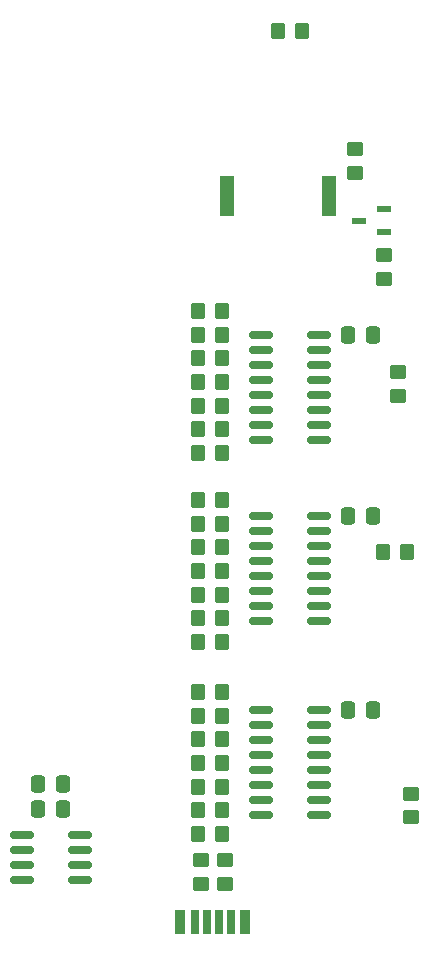
<source format=gbr>
G04 #@! TF.GenerationSoftware,KiCad,Pcbnew,8.0.7-8.0.7-0~ubuntu24.04.1*
G04 #@! TF.CreationDate,2025-01-03T20:46:54-06:00*
G04 #@! TF.ProjectId,christmas-tree,63687269-7374-46d6-9173-2d747265652e,rev?*
G04 #@! TF.SameCoordinates,Original*
G04 #@! TF.FileFunction,Paste,Top*
G04 #@! TF.FilePolarity,Positive*
%FSLAX46Y46*%
G04 Gerber Fmt 4.6, Leading zero omitted, Abs format (unit mm)*
G04 Created by KiCad (PCBNEW 8.0.7-8.0.7-0~ubuntu24.04.1) date 2025-01-03 20:46:54*
%MOMM*%
%LPD*%
G01*
G04 APERTURE LIST*
G04 Aperture macros list*
%AMRoundRect*
0 Rectangle with rounded corners*
0 $1 Rounding radius*
0 $2 $3 $4 $5 $6 $7 $8 $9 X,Y pos of 4 corners*
0 Add a 4 corners polygon primitive as box body*
4,1,4,$2,$3,$4,$5,$6,$7,$8,$9,$2,$3,0*
0 Add four circle primitives for the rounded corners*
1,1,$1+$1,$2,$3*
1,1,$1+$1,$4,$5*
1,1,$1+$1,$6,$7*
1,1,$1+$1,$8,$9*
0 Add four rect primitives between the rounded corners*
20,1,$1+$1,$2,$3,$4,$5,0*
20,1,$1+$1,$4,$5,$6,$7,0*
20,1,$1+$1,$6,$7,$8,$9,0*
20,1,$1+$1,$8,$9,$2,$3,0*%
G04 Aperture macros list end*
%ADD10R,1.300000X3.400000*%
%ADD11RoundRect,0.250000X0.450000X-0.350000X0.450000X0.350000X-0.450000X0.350000X-0.450000X-0.350000X0*%
%ADD12RoundRect,0.150000X-0.825000X-0.150000X0.825000X-0.150000X0.825000X0.150000X-0.825000X0.150000X0*%
%ADD13R,1.300000X0.600000*%
%ADD14RoundRect,0.250000X0.350000X0.450000X-0.350000X0.450000X-0.350000X-0.450000X0.350000X-0.450000X0*%
%ADD15RoundRect,0.250000X-0.337500X-0.475000X0.337500X-0.475000X0.337500X0.475000X-0.337500X0.475000X0*%
%ADD16RoundRect,0.250000X-0.450000X0.350000X-0.450000X-0.350000X0.450000X-0.350000X0.450000X0.350000X0*%
%ADD17RoundRect,0.250000X-0.350000X-0.450000X0.350000X-0.450000X0.350000X0.450000X-0.350000X0.450000X0*%
%ADD18R,0.700000X2.000000*%
%ADD19R,0.800000X2.000000*%
%ADD20R,0.900000X2.000000*%
G04 APERTURE END LIST*
D10*
G04 #@! TO.C,BZ1*
X155121600Y-71537600D03*
X163821600Y-71537600D03*
G04 #@! TD*
D11*
G04 #@! TO.C,R2*
X152971600Y-129787600D03*
X152971600Y-127787600D03*
G04 #@! TD*
G04 #@! TO.C,R19*
X168410376Y-78572056D03*
X168410376Y-76572056D03*
G04 #@! TD*
D12*
G04 #@! TO.C,U2*
X158021600Y-115037600D03*
X158021600Y-116307600D03*
X158021600Y-117577600D03*
X158021600Y-118847600D03*
X158021600Y-120117600D03*
X158021600Y-121387600D03*
X158021600Y-122657600D03*
X158021600Y-123927600D03*
X162971600Y-123927600D03*
X162971600Y-122657600D03*
X162971600Y-121387600D03*
X162971600Y-120117600D03*
X162971600Y-118847600D03*
X162971600Y-117577600D03*
X162971600Y-116307600D03*
X162971600Y-115037600D03*
G04 #@! TD*
D13*
G04 #@! TO.C,Q1*
X168421600Y-74574300D03*
X168421600Y-72674300D03*
X166321600Y-73624300D03*
G04 #@! TD*
D14*
G04 #@! TO.C,R5*
X154721600Y-115537600D03*
X152721600Y-115537600D03*
G04 #@! TD*
D12*
G04 #@! TO.C,U4*
X158021600Y-83287600D03*
X158021600Y-84557600D03*
X158021600Y-85827600D03*
X158021600Y-87097600D03*
X158021600Y-88367600D03*
X158021600Y-89637600D03*
X158021600Y-90907600D03*
X158021600Y-92177600D03*
X162971600Y-92177600D03*
X162971600Y-90907600D03*
X162971600Y-89637600D03*
X162971600Y-88367600D03*
X162971600Y-87097600D03*
X162971600Y-85827600D03*
X162971600Y-84557600D03*
X162971600Y-83287600D03*
G04 #@! TD*
D14*
G04 #@! TO.C,R27*
X154721600Y-91287600D03*
X152721600Y-91287600D03*
G04 #@! TD*
D12*
G04 #@! TO.C,U1*
X137771600Y-125632600D03*
X137771600Y-126902600D03*
X137771600Y-128172600D03*
X137771600Y-129442600D03*
X142721600Y-129442600D03*
X142721600Y-128172600D03*
X142721600Y-126902600D03*
X142721600Y-125632600D03*
G04 #@! TD*
D15*
G04 #@! TO.C,C4*
X139184100Y-121287600D03*
X141259100Y-121287600D03*
G04 #@! TD*
D16*
G04 #@! TO.C,R21*
X169594696Y-86459196D03*
X169594696Y-88459196D03*
G04 #@! TD*
D15*
G04 #@! TO.C,C1*
X139184100Y-123442600D03*
X141259100Y-123442600D03*
G04 #@! TD*
D14*
G04 #@! TO.C,R22*
X154721600Y-81287600D03*
X152721600Y-81287600D03*
G04 #@! TD*
D17*
G04 #@! TO.C,R29*
X159471600Y-57537600D03*
X161471600Y-57537600D03*
G04 #@! TD*
D15*
G04 #@! TO.C,C3*
X165434100Y-98612600D03*
X167509100Y-98612600D03*
G04 #@! TD*
D16*
G04 #@! TO.C,R3*
X170694768Y-122134800D03*
X170694768Y-124134800D03*
G04 #@! TD*
D14*
G04 #@! TO.C,R4*
X154721600Y-113537600D03*
X152721600Y-113537600D03*
G04 #@! TD*
G04 #@! TO.C,R9*
X154721600Y-123537600D03*
X152721600Y-123537600D03*
G04 #@! TD*
G04 #@! TO.C,R18*
X154721600Y-109287600D03*
X152721600Y-109287600D03*
G04 #@! TD*
G04 #@! TO.C,R14*
X154721600Y-101287600D03*
X152721600Y-101287600D03*
G04 #@! TD*
G04 #@! TO.C,R12*
X154721600Y-97287600D03*
X152721600Y-97287600D03*
G04 #@! TD*
D11*
G04 #@! TO.C,R20*
X165993455Y-69555307D03*
X165993455Y-67555307D03*
G04 #@! TD*
D17*
G04 #@! TO.C,R11*
X168395565Y-101714535D03*
X170395565Y-101714535D03*
G04 #@! TD*
D14*
G04 #@! TO.C,R23*
X154721600Y-83287600D03*
X152721600Y-83287600D03*
G04 #@! TD*
D18*
G04 #@! TO.C,J1*
X154451600Y-133037600D03*
D19*
X152431600Y-133037600D03*
D20*
X151201600Y-133037600D03*
D18*
X153451600Y-133037600D03*
D19*
X155471600Y-133037600D03*
D20*
X156701600Y-133037600D03*
G04 #@! TD*
D14*
G04 #@! TO.C,R8*
X154721600Y-121537600D03*
X152721600Y-121537600D03*
G04 #@! TD*
G04 #@! TO.C,R6*
X154721600Y-117537600D03*
X152721600Y-117537600D03*
G04 #@! TD*
G04 #@! TO.C,R26*
X154721600Y-89287600D03*
X152721600Y-89287600D03*
G04 #@! TD*
D15*
G04 #@! TO.C,C5*
X165434100Y-83287600D03*
X167509100Y-83287600D03*
G04 #@! TD*
D14*
G04 #@! TO.C,R24*
X154721600Y-85287600D03*
X152721600Y-85287600D03*
G04 #@! TD*
G04 #@! TO.C,R15*
X154721600Y-103287600D03*
X152721600Y-103287600D03*
G04 #@! TD*
G04 #@! TO.C,R28*
X154721600Y-93287600D03*
X152721600Y-93287600D03*
G04 #@! TD*
D12*
G04 #@! TO.C,U3*
X158021600Y-98667600D03*
X158021600Y-99937600D03*
X158021600Y-101207600D03*
X158021600Y-102477600D03*
X158021600Y-103747600D03*
X158021600Y-105017600D03*
X158021600Y-106287600D03*
X158021600Y-107557600D03*
X162971600Y-107557600D03*
X162971600Y-106287600D03*
X162971600Y-105017600D03*
X162971600Y-103747600D03*
X162971600Y-102477600D03*
X162971600Y-101207600D03*
X162971600Y-99937600D03*
X162971600Y-98667600D03*
G04 #@! TD*
D15*
G04 #@! TO.C,C2*
X165434100Y-115037600D03*
X167509100Y-115037600D03*
G04 #@! TD*
D14*
G04 #@! TO.C,R25*
X154721600Y-87287600D03*
X152721600Y-87287600D03*
G04 #@! TD*
D11*
G04 #@! TO.C,R1*
X154971600Y-129787600D03*
X154971600Y-127787600D03*
G04 #@! TD*
D14*
G04 #@! TO.C,R13*
X154721600Y-99287600D03*
X152721600Y-99287600D03*
G04 #@! TD*
G04 #@! TO.C,R16*
X154721600Y-105287600D03*
X152721600Y-105287600D03*
G04 #@! TD*
G04 #@! TO.C,R17*
X154721600Y-107287600D03*
X152721600Y-107287600D03*
G04 #@! TD*
G04 #@! TO.C,R10*
X154721600Y-125537600D03*
X152721600Y-125537600D03*
G04 #@! TD*
G04 #@! TO.C,R7*
X154721600Y-119537600D03*
X152721600Y-119537600D03*
G04 #@! TD*
M02*

</source>
